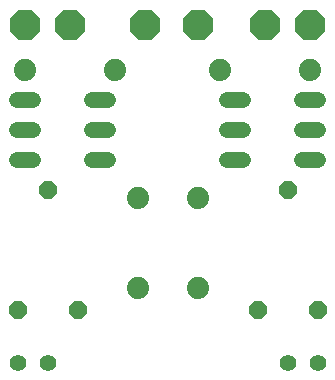
<source format=gtl>
G75*
G70*
%OFA0B0*%
%FSLAX24Y24*%
%IPPOS*%
%LPD*%
%AMOC8*
5,1,8,0,0,1.08239X$1,22.5*
%
%ADD10C,0.0520*%
%ADD11C,0.0740*%
%ADD12OC8,0.1000*%
%ADD13OC8,0.0600*%
%ADD14C,0.0551*%
D10*
X005401Y014163D02*
X005921Y014163D01*
X005921Y015163D02*
X005401Y015163D01*
X005401Y016163D02*
X005921Y016163D01*
X007901Y016163D02*
X008421Y016163D01*
X008421Y015163D02*
X007901Y015163D01*
X007901Y014163D02*
X008421Y014163D01*
X012401Y014163D02*
X012921Y014163D01*
X012921Y015163D02*
X012401Y015163D01*
X012401Y016163D02*
X012921Y016163D01*
X014901Y016163D02*
X015421Y016163D01*
X015421Y015163D02*
X014901Y015163D01*
X014901Y014163D02*
X015421Y014163D01*
D11*
X015161Y017163D03*
X012161Y017163D03*
X008661Y017163D03*
X005661Y017163D03*
X009411Y012913D03*
X011411Y012913D03*
X011411Y009913D03*
X009411Y009913D03*
D12*
X009661Y018663D03*
X011411Y018663D03*
X013661Y018663D03*
X015161Y018663D03*
X007161Y018663D03*
X005661Y018663D03*
D13*
X006411Y013163D03*
X007411Y009163D03*
X005411Y009163D03*
X013411Y009163D03*
X015411Y009163D03*
X014411Y013163D03*
D14*
X005411Y007413D03*
X006411Y007413D03*
X014411Y007413D03*
X015411Y007413D03*
M02*

</source>
